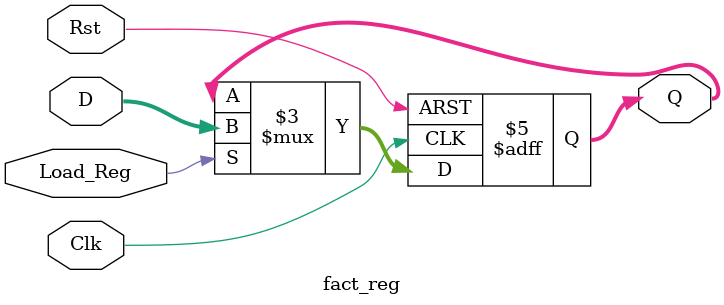
<source format=v>
`timescale 1ns / 1ps

module fact_reg #(parameter w = 32) (
        input wire Clk, Rst,
        input wire [w-1:0] D,
        input wire Load_Reg,
        output reg [w-1:0] Q
    );
    
    always @ (posedge Clk, posedge Rst)
        if (Rst)
            Q <= 0;
        else if (Load_Reg)
            Q <= D;
        else 
            Q <= Q;
endmodule

</source>
